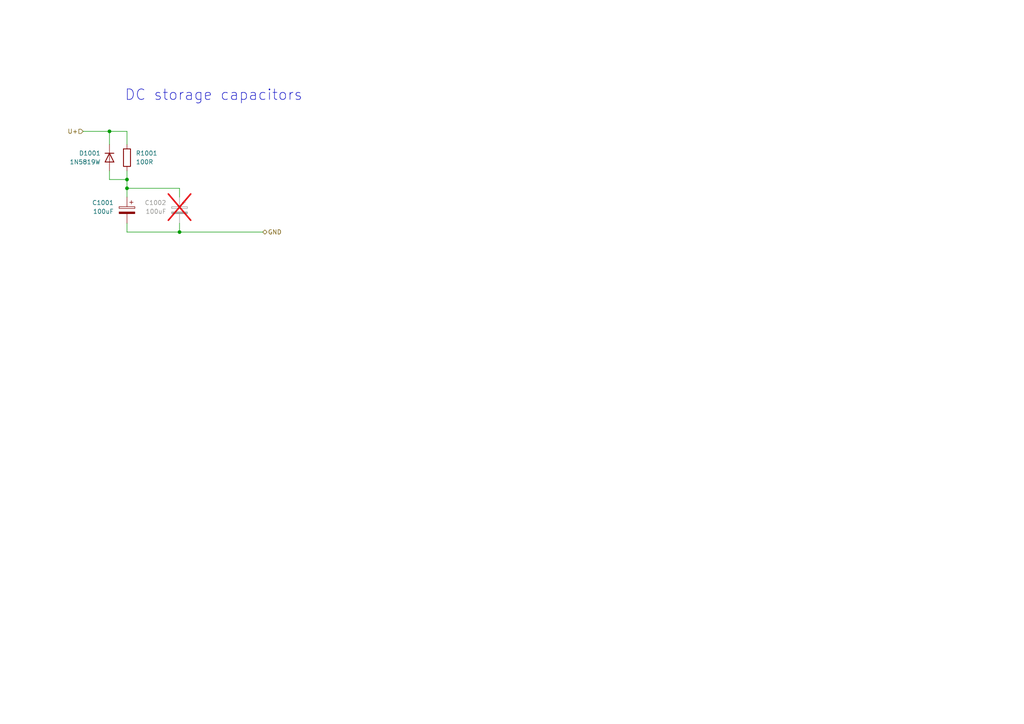
<source format=kicad_sch>
(kicad_sch (version 20231120) (generator "eeschema") (generator_version "8.0")
  (paper "A4")
  (title_block (title "xDuinoRail - RailcomDecoder - Development Kit \"Hermes\"") (date "2026-01-11") (rev "v1.0a") (company "Chatelain Engineering, Bern - CH"))
  (lib_symbols
    (symbol "Device:C_Polarized" (pin_numbers hide) (pin_names (offset 0.254))
      (property "Reference" "C" (at 0.635 2.54 0))
      (property "Value" "C_Polarized" (at 0.635 -2.54 0))
      (symbol "C_Polarized_0_1"
        (rectangle (start -2.286 0.508) (end 2.286 1.016))
        (polyline (pts (xy -1.778 2.286) (xy -0.762 2.286)))
        (polyline (pts (xy -1.27 2.794) (xy -1.27 1.778)))
        (rectangle (start 2.286 -0.508) (end -2.286 -1.016) (fill (type outline)))
      )
      (symbol "C_Polarized_1_1"
        (pin passive line (at 0 3.81 270) (length 2.794) (name "~") (number "1"))
        (pin passive line (at 0 -3.81 90) (length 2.794) (name "~") (number "2"))
      )
    )
    (symbol "Device:D" (pin_numbers hide) (pin_names (offset 1.016) hide)
      (property "Reference" "D" (at 0 2.54 0))
      (property "Value" "D" (at 0 -2.54 0))
      (symbol "D_0_1"
        (polyline (pts (xy -1.27 1.27) (xy -1.27 -1.27)) (stroke (width 0.254)))
        (polyline (pts (xy 1.27 0) (xy -1.27 0)))
        (polyline (pts (xy 1.27 1.27) (xy 1.27 -1.27) (xy -1.27 0) (xy 1.27 1.27)) (stroke (width 0.254)))
      )
      (symbol "D_1_1"
        (pin passive line (at -3.81 0 0) (length 2.54) (name "K") (number "1"))
        (pin passive line (at 3.81 0 180) (length 2.54) (name "A") (number "2"))
      )
    )
    (symbol "Device:R" (pin_numbers hide) (pin_names (offset 0))
      (property "Reference" "R" (at 2.032 0 90))
      (property "Value" "R" (at 0 0 90))
      (symbol "R_0_1"
        (rectangle (start -1.016 -2.54) (end 1.016 2.54) (stroke (width 0.254)))
      )
      (symbol "R_1_1"
        (pin passive line (at 0 3.81 270) (length 1.27) (name "~") (number "1"))
        (pin passive line (at 0 -3.81 90) (length 1.27) (name "~") (number "2"))
      )
    )
  )
  (junction (at 52.07 67.31))
  (junction (at 36.83 54.61))
  (junction (at 36.83 52.07))
  (junction (at 31.75 38.1))
  (wire (pts (xy 52.07 67.31) (xy 76.2 67.31)))
  (wire (pts (xy 31.75 52.07) (xy 31.75 49.53)))
  (wire (pts (xy 36.83 64.77) (xy 36.83 67.31)))
  (wire (pts (xy 52.07 57.15) (xy 52.07 54.61)))
  (wire (pts (xy 36.83 52.07) (xy 36.83 54.61)))
  (wire (pts (xy 36.83 54.61) (xy 36.83 57.15)))
  (wire (pts (xy 36.83 38.1) (xy 36.83 41.91)))
  (wire (pts (xy 36.83 49.53) (xy 36.83 52.07)))
  (wire (pts (xy 36.83 54.61) (xy 52.07 54.61)))
  (wire (pts (xy 31.75 52.07) (xy 36.83 52.07)))
  (wire (pts (xy 36.83 67.31) (xy 52.07 67.31)))
  (wire (pts (xy 52.07 64.77) (xy 52.07 67.31)))
  (wire (pts (xy 31.75 38.1) (xy 31.75 41.91)))
  (wire (pts (xy 36.83 38.1) (xy 31.75 38.1)))
  (wire (pts (xy 31.75 38.1) (xy 24.13 38.1)))
  (text "DC storage capacitors\n" (at 61.976 27.686 0) (effects (font (size 3.048 3.048))))
  (hierarchical_label "U+" (shape input) (at 24.13 38.1 180))
  (hierarchical_label "GND" (shape bidirectional) (at 76.2 67.31 0))
  (symbol (lib_id "Device:C_Polarized") (at 36.83 60.96 0) (mirror y) (unit 1)
    (property "Reference" "C1001" (at 33.02 58.801 0) (effects (justify left)))
    (property "Value" "100uF" (at 33.02 61.341 0) (effects (justify left)))
    (property "Footprint" "Capacitor_Tantalum_SMD:CP_EIA-3528-21_Kemet-B_Pad1.50x2.35mm_HandSolder" (effects (hide yes)))
    (property "Description" "Polarized capacitor" (effects (hide yes)))
    (property "Sim.Device" "C" (effects (hide yes)))
    (property "Sim.Pins" "1=+ 2=-" (effects (hide yes)))
    (property "OLI_ID" "100uF_CASE-B-3528" (effects (hide yes)))
  )
  (symbol (lib_id "Device:C_Polarized") (at 52.07 60.96 0) (mirror y) (unit 1) (in_bom no) (on_board no) (dnp yes)
    (property "Reference" "C1002" (at 48.26 58.801 0) (effects (justify left)))
    (property "Value" "100uF" (at 48.26 61.341 0) (effects (justify left)))
    (property "Footprint" "Capacitor_Tantalum_SMD:CP_EIA-3528-21_Kemet-B_Pad1.50x2.35mm_HandSolder" (effects (hide yes)))
    (property "Description" "Polarized capacitor" (effects (hide yes)))
    (property "Sim.Device" "C" (effects (hide yes)))
    (property "Sim.Pins" "1=+ 2=-" (effects (hide yes)))
    (property "OLI_ID" "100uF_CASE-B-3528" (effects (hide yes)))
  )
  (symbol (lib_id "Device:R") (at 36.83 45.72 0) (unit 1)
    (property "Reference" "R1001" (at 39.37 44.4499 0) (effects (justify left)))
    (property "Value" "100R" (at 39.37 46.9899 0) (effects (justify left)))
    (property "Footprint" "Resistor_SMD:R_0603_1608Metric_Pad0.98x0.95mm_HandSolder" (effects (hide yes)))
    (property "Description" "Resistor" (effects (hide yes)))
    (property "OLI_ID" "100R_0603" (effects (hide yes)))
  )
  (symbol (lib_id "Device:D") (at 31.75 45.72 270) (unit 1)
    (property "Reference" "D1001" (at 29.21 44.4499 90) (effects (justify right)))
    (property "Value" "1N5819W" (at 29.21 46.9899 90) (effects (justify right)))
    (property "Footprint" "Diode_SMD:D_SOD-123" (effects (hide yes)))
    (property "Datasheet" "https://www.vishay.com/docs/85748/1n4148w.pdf Diode_SMD:D_SOD-123" (effects (hide yes)))
    (property "Description" "Diode" (effects (hide yes)))
    (property "Sim.Device" "D" (effects (hide yes)))
    (property "Sim.Pins" "1=K 2=A" (effects (hide yes)))
    (property "OLI_ID" "1N4148W_SOD-123" (effects (hide yes)))
  )
)
</source>
